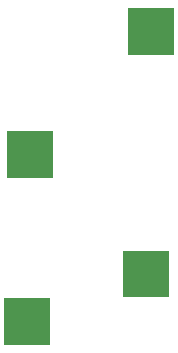
<source format=gbr>
%TF.GenerationSoftware,Altium Limited,Altium Designer,20.2.3 (150)*%
G04 Layer_Color=16711935*
%FSLAX26Y26*%
%MOIN*%
%TF.SameCoordinates,1E0D65CC-F0FE-4DFC-A0D5-6D9DD74121E6*%
%TF.FilePolarity,Positive*%
%TF.FileFunction,Other,Mechanical_5*%
%TF.Part,Single*%
G01*
G75*
G36*
X889000Y649500D02*
Y804500D01*
X1041000D01*
Y649500D01*
X889000D01*
D02*
G37*
G36*
X1438000Y807500D02*
Y962500D01*
X1286000D01*
Y807500D01*
X1438000D01*
D02*
G37*
G36*
X898000Y1205500D02*
Y1360500D01*
X1050000D01*
Y1205500D01*
X898000D01*
D02*
G37*
G36*
X1454000Y1615500D02*
Y1770500D01*
X1302000D01*
Y1615500D01*
X1454000D01*
D02*
G37*
%TF.MD5,b0c5e80e43697ff8b3a8831f0c34d6bf*%
M02*

</source>
